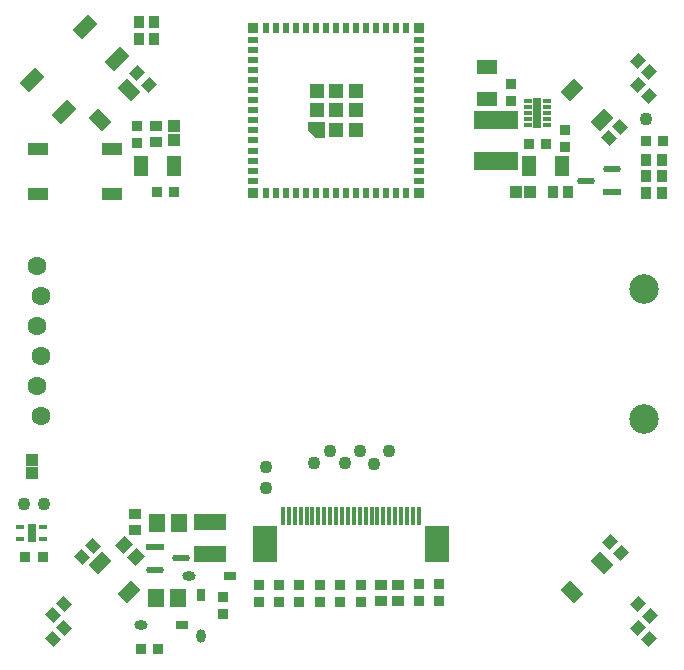
<source format=gts>
G04*
G04 #@! TF.GenerationSoftware,Altium Limited,Altium Designer,22.2.1 (43)*
G04*
G04 Layer_Color=8388736*
%FSLAX44Y44*%
%MOMM*%
G71*
G04*
G04 #@! TF.SameCoordinates,94726236-D1AE-4565-9949-D72E77048C11*
G04*
G04*
G04 #@! TF.FilePolarity,Negative*
G04*
G01*
G75*
%ADD19R,1.1082X0.7821*%
G04:AMPARAMS|DCode=20|XSize=1.1082mm|YSize=0.7821mm|CornerRadius=0.3911mm|HoleSize=0mm|Usage=FLASHONLY|Rotation=180.000|XOffset=0mm|YOffset=0mm|HoleType=Round|Shape=RoundedRectangle|*
%AMROUNDEDRECTD20*
21,1,1.1082,0.0000,0,0,180.0*
21,1,0.3261,0.7821,0,0,180.0*
1,1,0.7821,-0.1631,0.0000*
1,1,0.7821,0.1631,0.0000*
1,1,0.7821,0.1631,0.0000*
1,1,0.7821,-0.1631,0.0000*
%
%ADD20ROUNDEDRECTD20*%
%ADD21R,0.9581X0.9121*%
%ADD23R,1.4546X1.5562*%
%ADD27R,0.9121X0.9581*%
%ADD28R,1.3055X1.7582*%
%ADD36R,1.5052X0.5721*%
G04:AMPARAMS|DCode=37|XSize=1.5052mm|YSize=0.5721mm|CornerRadius=0.2861mm|HoleSize=0mm|Usage=FLASHONLY|Rotation=180.000|XOffset=0mm|YOffset=0mm|HoleType=Round|Shape=RoundedRectangle|*
%AMROUNDEDRECTD37*
21,1,1.5052,0.0000,0,0,180.0*
21,1,0.9331,0.5721,0,0,180.0*
1,1,0.5721,-0.4666,0.0000*
1,1,0.5721,0.4666,0.0000*
1,1,0.5721,0.4666,0.0000*
1,1,0.5721,-0.4666,0.0000*
%
%ADD37ROUNDEDRECTD37*%
%ADD41R,2.7062X1.3549*%
%ADD43R,0.7821X1.1082*%
G04:AMPARAMS|DCode=44|XSize=1.1082mm|YSize=0.7821mm|CornerRadius=0.3911mm|HoleSize=0mm|Usage=FLASHONLY|Rotation=270.000|XOffset=0mm|YOffset=0mm|HoleType=Round|Shape=RoundedRectangle|*
%AMROUNDEDRECTD44*
21,1,1.1082,0.0000,0,0,270.0*
21,1,0.3261,0.7821,0,0,270.0*
1,1,0.7821,0.0000,-0.1631*
1,1,0.7821,0.0000,0.1631*
1,1,0.7821,0.0000,0.1631*
1,1,0.7821,0.0000,-0.1631*
%
%ADD44ROUNDEDRECTD44*%
%ADD46R,1.7582X1.3055*%
%ADD50R,0.6500X0.3500*%
%ADD51R,0.6500X0.3500*%
%ADD52R,1.1000X1.1000*%
%ADD53R,1.0500X0.9000*%
%ADD54R,1.1000X1.1000*%
G04:AMPARAMS|DCode=55|XSize=1.1mm|YSize=1.6mm|CornerRadius=0mm|HoleSize=0mm|Usage=FLASHONLY|Rotation=45.000|XOffset=0mm|YOffset=0mm|HoleType=Round|Shape=Rectangle|*
%AMROTATEDRECTD55*
4,1,4,0.1768,-0.9546,-0.9546,0.1768,-0.1768,0.9546,0.9546,-0.1768,0.1768,-0.9546,0.0*
%
%ADD55ROTATEDRECTD55*%

G04:AMPARAMS|DCode=56|XSize=1.1mm|YSize=1.6mm|CornerRadius=0mm|HoleSize=0mm|Usage=FLASHONLY|Rotation=135.000|XOffset=0mm|YOffset=0mm|HoleType=Round|Shape=Rectangle|*
%AMROTATEDRECTD56*
4,1,4,0.9546,0.1768,-0.1768,-0.9546,-0.9546,-0.1768,0.1768,0.9546,0.9546,0.1768,0.0*
%
%ADD56ROTATEDRECTD56*%

%ADD57R,1.8000X1.1000*%
G04:AMPARAMS|DCode=58|XSize=1.05mm|YSize=0.9mm|CornerRadius=0mm|HoleSize=0mm|Usage=FLASHONLY|Rotation=225.000|XOffset=0mm|YOffset=0mm|HoleType=Round|Shape=Rectangle|*
%AMROTATEDRECTD58*
4,1,4,0.0530,0.6894,0.6894,0.0530,-0.0530,-0.6894,-0.6894,-0.0530,0.0530,0.6894,0.0*
%
%ADD58ROTATEDRECTD58*%

%ADD59R,0.9000X1.0500*%
%ADD60R,0.9000X0.9000*%
%ADD61R,1.3000X1.3000*%
%ADD62R,0.9000X0.5000*%
%ADD63R,0.5000X0.9000*%
G04:AMPARAMS|DCode=64|XSize=1.05mm|YSize=0.9mm|CornerRadius=0mm|HoleSize=0mm|Usage=FLASHONLY|Rotation=315.000|XOffset=0mm|YOffset=0mm|HoleType=Round|Shape=Rectangle|*
%AMROTATEDRECTD64*
4,1,4,-0.6894,0.0530,-0.0530,0.6894,0.6894,-0.0530,0.0530,-0.6894,-0.6894,0.0530,0.0*
%
%ADD64ROTATEDRECTD64*%

%ADD65C,1.1000*%
%ADD66R,2.1000X3.1000*%
%ADD67R,0.4000X1.6000*%
G04:AMPARAMS|DCode=68|XSize=1.15mm|YSize=1mm|CornerRadius=0mm|HoleSize=0mm|Usage=FLASHONLY|Rotation=225.000|XOffset=0mm|YOffset=0mm|HoleType=Round|Shape=Rectangle|*
%AMROTATEDRECTD68*
4,1,4,0.0530,0.7601,0.7601,0.0530,-0.0530,-0.7601,-0.7601,-0.0530,0.0530,0.7601,0.0*
%
%ADD68ROTATEDRECTD68*%

G04:AMPARAMS|DCode=69|XSize=1.8mm|YSize=1.1mm|CornerRadius=0mm|HoleSize=0mm|Usage=FLASHONLY|Rotation=45.000|XOffset=0mm|YOffset=0mm|HoleType=Round|Shape=Rectangle|*
%AMROTATEDRECTD69*
4,1,4,-0.2475,-1.0253,-1.0253,-0.2475,0.2475,1.0253,1.0253,0.2475,-0.2475,-1.0253,0.0*
%
%ADD69ROTATEDRECTD69*%

%ADD70R,0.7000X1.6000*%
%ADD71R,0.7000X2.5900*%
%ADD72R,0.7000X0.3700*%
%ADD73R,3.8000X1.6000*%
%ADD74C,0.1000*%
%ADD75C,2.5000*%
%ADD76C,1.6000*%
G36*
X-22000Y186000D02*
Y172000D01*
X-29500D01*
X-36000Y178500D01*
Y186000D01*
X-22000Y186000D01*
D02*
G37*
D19*
X-142700Y-240500D02*
D03*
X-102700Y-199000D02*
D03*
D20*
X-177300Y-240500D02*
D03*
X-137300Y-199000D02*
D03*
D21*
X-163250Y-260250D02*
D03*
X-177790D02*
D03*
X-149730Y126000D02*
D03*
X-164270D02*
D03*
X249480Y169750D02*
D03*
X264020D02*
D03*
X-275540Y-183000D02*
D03*
X-261000D02*
D03*
X165270Y167000D02*
D03*
X150730D02*
D03*
D23*
X-145242Y-154250D02*
D03*
X-163758D02*
D03*
X-164758Y-217000D02*
D03*
X-146242D02*
D03*
D27*
X-181000Y182000D02*
D03*
Y167460D02*
D03*
X-108000Y-216730D02*
D03*
Y-231270D02*
D03*
X74750Y-205730D02*
D03*
Y-220270D02*
D03*
X57500Y-205730D02*
D03*
Y-220270D02*
D03*
X8250Y-206230D02*
D03*
Y-220770D02*
D03*
X-9000Y-206230D02*
D03*
Y-220770D02*
D03*
X-26250Y-206230D02*
D03*
Y-220770D02*
D03*
X-43500Y-206230D02*
D03*
Y-220770D02*
D03*
X-60750Y-206230D02*
D03*
Y-220770D02*
D03*
X-78000Y-206230D02*
D03*
Y-220770D02*
D03*
X135250Y217790D02*
D03*
Y203250D02*
D03*
X181000Y164730D02*
D03*
Y179270D02*
D03*
D28*
X-150000Y148000D02*
D03*
X-177527D02*
D03*
X178527Y148000D02*
D03*
X151000D02*
D03*
D36*
X221005Y126500D02*
D03*
X-165510Y-174250D02*
D03*
D37*
X221005Y145500D02*
D03*
X198995Y136000D02*
D03*
X-165510Y-193250D02*
D03*
X-143500Y-183750D02*
D03*
D41*
X-119500Y-152744D02*
D03*
Y-180257D02*
D03*
D43*
X-127000Y-214700D02*
D03*
D44*
Y-249300D02*
D03*
D46*
X115500Y232264D02*
D03*
Y204736D02*
D03*
D50*
X-260500Y-167000D02*
D03*
X-260500Y-157000D02*
D03*
X-280000D02*
D03*
D51*
X-280000Y-167000D02*
D03*
D52*
X-270000Y-100150D02*
D03*
Y-111850D02*
D03*
X-150000Y182100D02*
D03*
Y170400D02*
D03*
D53*
X-182500Y-160000D02*
D03*
Y-146500D02*
D03*
X-165000Y169000D02*
D03*
Y182500D02*
D03*
X25500Y-206750D02*
D03*
Y-220250D02*
D03*
X39750Y-206500D02*
D03*
Y-220000D02*
D03*
D54*
X139800Y126250D02*
D03*
X151500D02*
D03*
D55*
X212374Y-187626D02*
D03*
X187626Y-212374D02*
D03*
X-212374Y187626D02*
D03*
X-187626Y212374D02*
D03*
D56*
X-212374Y-187626D02*
D03*
X-187626Y-212374D02*
D03*
X212374Y187626D02*
D03*
X187626Y212374D02*
D03*
D57*
X-202250Y163000D02*
D03*
X-265250D02*
D03*
X-202250Y125000D02*
D03*
X-265250D02*
D03*
D58*
X-180773Y226773D02*
D03*
X-171227Y217227D02*
D03*
X252523Y227727D02*
D03*
X242977Y237273D02*
D03*
X252451Y207549D02*
D03*
X242905Y217095D02*
D03*
X228773Y-179273D02*
D03*
X219227Y-169727D02*
D03*
X252451Y-252451D02*
D03*
X242905Y-242905D02*
D03*
X253023Y-232273D02*
D03*
X243477Y-222727D02*
D03*
D59*
X-166250Y256000D02*
D03*
X-179750D02*
D03*
Y270000D02*
D03*
X-166250D02*
D03*
X170750Y126500D02*
D03*
X184250D02*
D03*
X250000Y153750D02*
D03*
X263500Y153750D02*
D03*
X263500Y139750D02*
D03*
X250000D02*
D03*
X263500Y125750D02*
D03*
X250000Y125750D02*
D03*
D60*
X-82500Y265500D02*
D03*
X57500D02*
D03*
X-82500Y125500D02*
D03*
X57500D02*
D03*
D61*
X-29000Y195500D02*
D03*
Y212000D02*
D03*
X-12500D02*
D03*
X4000D02*
D03*
Y195500D02*
D03*
X-12500Y179000D02*
D03*
X4000D02*
D03*
X-12500Y195500D02*
D03*
D62*
X-82500Y136000D02*
D03*
X-82500Y144500D02*
D03*
Y153000D02*
D03*
X-82500Y161500D02*
D03*
X-82500Y170000D02*
D03*
X-82500Y178500D02*
D03*
X-82500Y187000D02*
D03*
X-82500Y195500D02*
D03*
X-82500Y204000D02*
D03*
X-82500Y212500D02*
D03*
X-82500Y221000D02*
D03*
Y229500D02*
D03*
X-82500Y238000D02*
D03*
X-82500Y246500D02*
D03*
X-82500Y255000D02*
D03*
X57500Y255000D02*
D03*
X57500Y246500D02*
D03*
X57500Y238000D02*
D03*
Y229500D02*
D03*
X57500Y221000D02*
D03*
X57500Y212500D02*
D03*
Y204000D02*
D03*
Y195500D02*
D03*
X57500Y187000D02*
D03*
Y178500D02*
D03*
X57500Y170000D02*
D03*
X57500Y161500D02*
D03*
Y153000D02*
D03*
X57500Y144500D02*
D03*
X57500Y136000D02*
D03*
D63*
X-72000Y265500D02*
D03*
X-63500D02*
D03*
X-55000D02*
D03*
X-46500D02*
D03*
X-38000D02*
D03*
X-29500D02*
D03*
X-21000D02*
D03*
X-12500D02*
D03*
X-4000D02*
D03*
X4500D02*
D03*
X13000D02*
D03*
X21500D02*
D03*
X30000D02*
D03*
X38500D02*
D03*
X47000D02*
D03*
X-72000Y125500D02*
D03*
X-63500Y125500D02*
D03*
X-55000Y125500D02*
D03*
X-46500D02*
D03*
X-38000D02*
D03*
X-29500D02*
D03*
X-21000D02*
D03*
X-12500D02*
D03*
X-4000D02*
D03*
X4500D02*
D03*
X13000Y125500D02*
D03*
X21500Y125500D02*
D03*
X30000D02*
D03*
X38500D02*
D03*
X47000D02*
D03*
D64*
X218727Y172227D02*
D03*
X228273Y181773D02*
D03*
X-252451Y-252451D02*
D03*
X-242905Y-242905D02*
D03*
X-252523Y-232023D02*
D03*
X-242977Y-222477D02*
D03*
X-227773Y-183023D02*
D03*
X-218227Y-173477D02*
D03*
D65*
X249500Y188000D02*
D03*
X8000Y-93000D02*
D03*
X32000D02*
D03*
X20000Y-104000D02*
D03*
X-5000Y-103000D02*
D03*
X-18000Y-93000D02*
D03*
X-31000Y-103000D02*
D03*
X-72000Y-106250D02*
D03*
Y-124500D02*
D03*
X-276500Y-137750D02*
D03*
X-259500Y-138000D02*
D03*
D66*
X72650Y-171694D02*
D03*
X-72650Y-171694D02*
D03*
D67*
X-57500Y-148194D02*
D03*
X-52500D02*
D03*
X-47500D02*
D03*
X-42500Y-148194D02*
D03*
X-37500Y-148194D02*
D03*
X-32500D02*
D03*
X-27500D02*
D03*
X-22500Y-148194D02*
D03*
X-17500Y-148194D02*
D03*
X-12500Y-148194D02*
D03*
X-7500D02*
D03*
X-2500Y-148194D02*
D03*
X2500D02*
D03*
X7500D02*
D03*
X12500D02*
D03*
X17500D02*
D03*
X22500Y-148194D02*
D03*
X27500Y-148194D02*
D03*
X32500D02*
D03*
X37500D02*
D03*
X42500D02*
D03*
X47500D02*
D03*
X52500D02*
D03*
X57500D02*
D03*
D68*
X-191877Y-172124D02*
D03*
X-181623Y-182376D02*
D03*
D69*
X-225161Y265709D02*
D03*
X-269709Y221161D02*
D03*
X-198291Y238839D02*
D03*
X-242839Y194291D02*
D03*
D70*
X-270250Y-162000D02*
D03*
D71*
X158000Y193000D02*
D03*
D72*
X166000Y183000D02*
D03*
Y188000D02*
D03*
Y193000D02*
D03*
Y198000D02*
D03*
Y203000D02*
D03*
X150000D02*
D03*
Y198000D02*
D03*
Y193000D02*
D03*
Y188000D02*
D03*
Y183000D02*
D03*
D73*
X123000Y153000D02*
D03*
X123000Y187000D02*
D03*
D74*
X200000Y-200000D02*
D03*
X-200000D02*
D03*
Y200000D02*
D03*
X200000D02*
D03*
D75*
X248500Y44000D02*
D03*
Y-66000D02*
D03*
D76*
X-266000Y64000D02*
D03*
X-262000Y38600D02*
D03*
X-266000Y13200D02*
D03*
X-262000Y-12200D02*
D03*
X-266000Y-37600D02*
D03*
X-262000Y-63000D02*
D03*
M02*

</source>
